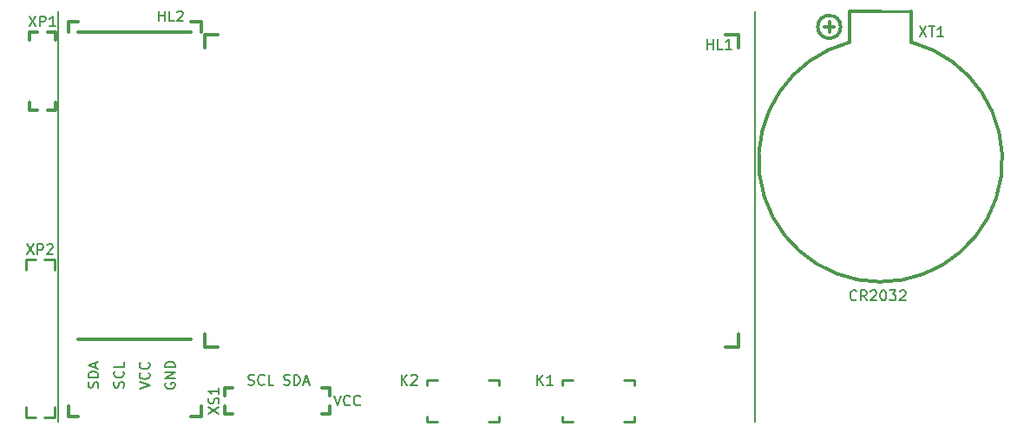
<source format=gbr>
G04 #@! TF.GenerationSoftware,KiCad,Pcbnew,(5.1.2-1)-1*
G04 #@! TF.CreationDate,2019-06-04T19:14:02+03:00*
G04 #@! TF.ProjectId,mag,6d61672e-6b69-4636-9164-5f7063625858,rev?*
G04 #@! TF.SameCoordinates,Original*
G04 #@! TF.FileFunction,Legend,Top*
G04 #@! TF.FilePolarity,Positive*
%FSLAX46Y46*%
G04 Gerber Fmt 4.6, Leading zero omitted, Abs format (unit mm)*
G04 Created by KiCad (PCBNEW (5.1.2-1)-1) date 2019-06-04 19:14:02*
%MOMM*%
%LPD*%
G04 APERTURE LIST*
%ADD10C,0.200000*%
%ADD11C,0.300000*%
%ADD12C,0.250000*%
G04 APERTURE END LIST*
D10*
X179404761Y-69107142D02*
X179357142Y-69154761D01*
X179214285Y-69202380D01*
X179119047Y-69202380D01*
X178976190Y-69154761D01*
X178880952Y-69059523D01*
X178833333Y-68964285D01*
X178785714Y-68773809D01*
X178785714Y-68630952D01*
X178833333Y-68440476D01*
X178880952Y-68345238D01*
X178976190Y-68250000D01*
X179119047Y-68202380D01*
X179214285Y-68202380D01*
X179357142Y-68250000D01*
X179404761Y-68297619D01*
X180404761Y-69202380D02*
X180071428Y-68726190D01*
X179833333Y-69202380D02*
X179833333Y-68202380D01*
X180214285Y-68202380D01*
X180309523Y-68250000D01*
X180357142Y-68297619D01*
X180404761Y-68392857D01*
X180404761Y-68535714D01*
X180357142Y-68630952D01*
X180309523Y-68678571D01*
X180214285Y-68726190D01*
X179833333Y-68726190D01*
X180785714Y-68297619D02*
X180833333Y-68250000D01*
X180928571Y-68202380D01*
X181166666Y-68202380D01*
X181261904Y-68250000D01*
X181309523Y-68297619D01*
X181357142Y-68392857D01*
X181357142Y-68488095D01*
X181309523Y-68630952D01*
X180738095Y-69202380D01*
X181357142Y-69202380D01*
X181976190Y-68202380D02*
X182071428Y-68202380D01*
X182166666Y-68250000D01*
X182214285Y-68297619D01*
X182261904Y-68392857D01*
X182309523Y-68583333D01*
X182309523Y-68821428D01*
X182261904Y-69011904D01*
X182214285Y-69107142D01*
X182166666Y-69154761D01*
X182071428Y-69202380D01*
X181976190Y-69202380D01*
X181880952Y-69154761D01*
X181833333Y-69107142D01*
X181785714Y-69011904D01*
X181738095Y-68821428D01*
X181738095Y-68583333D01*
X181785714Y-68392857D01*
X181833333Y-68297619D01*
X181880952Y-68250000D01*
X181976190Y-68202380D01*
X182642857Y-68202380D02*
X183261904Y-68202380D01*
X182928571Y-68583333D01*
X183071428Y-68583333D01*
X183166666Y-68630952D01*
X183214285Y-68678571D01*
X183261904Y-68773809D01*
X183261904Y-69011904D01*
X183214285Y-69107142D01*
X183166666Y-69154761D01*
X183071428Y-69202380D01*
X182785714Y-69202380D01*
X182690476Y-69154761D01*
X182642857Y-69107142D01*
X183642857Y-68297619D02*
X183690476Y-68250000D01*
X183785714Y-68202380D01*
X184023809Y-68202380D01*
X184119047Y-68250000D01*
X184166666Y-68297619D01*
X184214285Y-68392857D01*
X184214285Y-68488095D01*
X184166666Y-68630952D01*
X183595238Y-69202380D01*
X184214285Y-69202380D01*
X128416666Y-78452380D02*
X128750000Y-79452380D01*
X129083333Y-78452380D01*
X129988095Y-79357142D02*
X129940476Y-79404761D01*
X129797619Y-79452380D01*
X129702380Y-79452380D01*
X129559523Y-79404761D01*
X129464285Y-79309523D01*
X129416666Y-79214285D01*
X129369047Y-79023809D01*
X129369047Y-78880952D01*
X129416666Y-78690476D01*
X129464285Y-78595238D01*
X129559523Y-78500000D01*
X129702380Y-78452380D01*
X129797619Y-78452380D01*
X129940476Y-78500000D01*
X129988095Y-78547619D01*
X130988095Y-79357142D02*
X130940476Y-79404761D01*
X130797619Y-79452380D01*
X130702380Y-79452380D01*
X130559523Y-79404761D01*
X130464285Y-79309523D01*
X130416666Y-79214285D01*
X130369047Y-79023809D01*
X130369047Y-78880952D01*
X130416666Y-78690476D01*
X130464285Y-78595238D01*
X130559523Y-78500000D01*
X130702380Y-78452380D01*
X130797619Y-78452380D01*
X130940476Y-78500000D01*
X130988095Y-78547619D01*
X120059523Y-77404761D02*
X120202380Y-77452380D01*
X120440476Y-77452380D01*
X120535714Y-77404761D01*
X120583333Y-77357142D01*
X120630952Y-77261904D01*
X120630952Y-77166666D01*
X120583333Y-77071428D01*
X120535714Y-77023809D01*
X120440476Y-76976190D01*
X120250000Y-76928571D01*
X120154761Y-76880952D01*
X120107142Y-76833333D01*
X120059523Y-76738095D01*
X120059523Y-76642857D01*
X120107142Y-76547619D01*
X120154761Y-76500000D01*
X120250000Y-76452380D01*
X120488095Y-76452380D01*
X120630952Y-76500000D01*
X121630952Y-77357142D02*
X121583333Y-77404761D01*
X121440476Y-77452380D01*
X121345238Y-77452380D01*
X121202380Y-77404761D01*
X121107142Y-77309523D01*
X121059523Y-77214285D01*
X121011904Y-77023809D01*
X121011904Y-76880952D01*
X121059523Y-76690476D01*
X121107142Y-76595238D01*
X121202380Y-76500000D01*
X121345238Y-76452380D01*
X121440476Y-76452380D01*
X121583333Y-76500000D01*
X121630952Y-76547619D01*
X122535714Y-77452380D02*
X122059523Y-77452380D01*
X122059523Y-76452380D01*
X123535714Y-77404761D02*
X123678571Y-77452380D01*
X123916666Y-77452380D01*
X124011904Y-77404761D01*
X124059523Y-77357142D01*
X124107142Y-77261904D01*
X124107142Y-77166666D01*
X124059523Y-77071428D01*
X124011904Y-77023809D01*
X123916666Y-76976190D01*
X123726190Y-76928571D01*
X123630952Y-76880952D01*
X123583333Y-76833333D01*
X123535714Y-76738095D01*
X123535714Y-76642857D01*
X123583333Y-76547619D01*
X123630952Y-76500000D01*
X123726190Y-76452380D01*
X123964285Y-76452380D01*
X124107142Y-76500000D01*
X124535714Y-77452380D02*
X124535714Y-76452380D01*
X124773809Y-76452380D01*
X124916666Y-76500000D01*
X125011904Y-76595238D01*
X125059523Y-76690476D01*
X125107142Y-76880952D01*
X125107142Y-77023809D01*
X125059523Y-77214285D01*
X125011904Y-77309523D01*
X124916666Y-77404761D01*
X124773809Y-77452380D01*
X124535714Y-77452380D01*
X125488095Y-77166666D02*
X125964285Y-77166666D01*
X125392857Y-77452380D02*
X125726190Y-76452380D01*
X126059523Y-77452380D01*
X112000000Y-77261904D02*
X111952380Y-77357142D01*
X111952380Y-77500000D01*
X112000000Y-77642857D01*
X112095238Y-77738095D01*
X112190476Y-77785714D01*
X112380952Y-77833333D01*
X112523809Y-77833333D01*
X112714285Y-77785714D01*
X112809523Y-77738095D01*
X112904761Y-77642857D01*
X112952380Y-77500000D01*
X112952380Y-77404761D01*
X112904761Y-77261904D01*
X112857142Y-77214285D01*
X112523809Y-77214285D01*
X112523809Y-77404761D01*
X112952380Y-76785714D02*
X111952380Y-76785714D01*
X112952380Y-76214285D01*
X111952380Y-76214285D01*
X112952380Y-75738095D02*
X111952380Y-75738095D01*
X111952380Y-75500000D01*
X112000000Y-75357142D01*
X112095238Y-75261904D01*
X112190476Y-75214285D01*
X112380952Y-75166666D01*
X112523809Y-75166666D01*
X112714285Y-75214285D01*
X112809523Y-75261904D01*
X112904761Y-75357142D01*
X112952380Y-75500000D01*
X112952380Y-75738095D01*
X109452380Y-77833333D02*
X110452380Y-77500000D01*
X109452380Y-77166666D01*
X110357142Y-76261904D02*
X110404761Y-76309523D01*
X110452380Y-76452380D01*
X110452380Y-76547619D01*
X110404761Y-76690476D01*
X110309523Y-76785714D01*
X110214285Y-76833333D01*
X110023809Y-76880952D01*
X109880952Y-76880952D01*
X109690476Y-76833333D01*
X109595238Y-76785714D01*
X109500000Y-76690476D01*
X109452380Y-76547619D01*
X109452380Y-76452380D01*
X109500000Y-76309523D01*
X109547619Y-76261904D01*
X110357142Y-75261904D02*
X110404761Y-75309523D01*
X110452380Y-75452380D01*
X110452380Y-75547619D01*
X110404761Y-75690476D01*
X110309523Y-75785714D01*
X110214285Y-75833333D01*
X110023809Y-75880952D01*
X109880952Y-75880952D01*
X109690476Y-75833333D01*
X109595238Y-75785714D01*
X109500000Y-75690476D01*
X109452380Y-75547619D01*
X109452380Y-75452380D01*
X109500000Y-75309523D01*
X109547619Y-75261904D01*
X107904761Y-77690476D02*
X107952380Y-77547619D01*
X107952380Y-77309523D01*
X107904761Y-77214285D01*
X107857142Y-77166666D01*
X107761904Y-77119047D01*
X107666666Y-77119047D01*
X107571428Y-77166666D01*
X107523809Y-77214285D01*
X107476190Y-77309523D01*
X107428571Y-77500000D01*
X107380952Y-77595238D01*
X107333333Y-77642857D01*
X107238095Y-77690476D01*
X107142857Y-77690476D01*
X107047619Y-77642857D01*
X107000000Y-77595238D01*
X106952380Y-77500000D01*
X106952380Y-77261904D01*
X107000000Y-77119047D01*
X107857142Y-76119047D02*
X107904761Y-76166666D01*
X107952380Y-76309523D01*
X107952380Y-76404761D01*
X107904761Y-76547619D01*
X107809523Y-76642857D01*
X107714285Y-76690476D01*
X107523809Y-76738095D01*
X107380952Y-76738095D01*
X107190476Y-76690476D01*
X107095238Y-76642857D01*
X107000000Y-76547619D01*
X106952380Y-76404761D01*
X106952380Y-76309523D01*
X107000000Y-76166666D01*
X107047619Y-76119047D01*
X107952380Y-75214285D02*
X107952380Y-75690476D01*
X106952380Y-75690476D01*
X105404761Y-77714285D02*
X105452380Y-77571428D01*
X105452380Y-77333333D01*
X105404761Y-77238095D01*
X105357142Y-77190476D01*
X105261904Y-77142857D01*
X105166666Y-77142857D01*
X105071428Y-77190476D01*
X105023809Y-77238095D01*
X104976190Y-77333333D01*
X104928571Y-77523809D01*
X104880952Y-77619047D01*
X104833333Y-77666666D01*
X104738095Y-77714285D01*
X104642857Y-77714285D01*
X104547619Y-77666666D01*
X104500000Y-77619047D01*
X104452380Y-77523809D01*
X104452380Y-77285714D01*
X104500000Y-77142857D01*
X105452380Y-76714285D02*
X104452380Y-76714285D01*
X104452380Y-76476190D01*
X104500000Y-76333333D01*
X104595238Y-76238095D01*
X104690476Y-76190476D01*
X104880952Y-76142857D01*
X105023809Y-76142857D01*
X105214285Y-76190476D01*
X105309523Y-76238095D01*
X105404761Y-76333333D01*
X105452380Y-76476190D01*
X105452380Y-76714285D01*
X105166666Y-75761904D02*
X105166666Y-75285714D01*
X105452380Y-75857142D02*
X104452380Y-75523809D01*
X105452380Y-75190476D01*
X101500000Y-41000000D02*
X101500000Y-81000000D01*
X169500000Y-41000000D02*
X169500000Y-81000000D01*
D11*
X117115000Y-43250000D02*
X115845000Y-43250000D01*
X117115000Y-73730000D02*
X115845000Y-73730000D01*
X166645000Y-73730000D02*
X167915000Y-73730000D01*
X166645000Y-43250000D02*
X167915000Y-43250000D01*
X115845000Y-43250000D02*
X115845000Y-44520000D01*
X115845000Y-73730000D02*
X115845000Y-72460000D01*
X167915000Y-73730000D02*
X167915000Y-72460000D01*
X167915000Y-43250000D02*
X167915000Y-44520000D01*
X103500000Y-73000000D02*
X114500000Y-73000000D01*
X103500000Y-43000000D02*
X114500000Y-43000000D01*
X115500000Y-42000000D02*
X115500000Y-43000000D01*
X115500000Y-42000000D02*
X114500000Y-42000000D01*
X102500000Y-42000000D02*
X102500000Y-43000000D01*
X102500000Y-42000000D02*
X103500000Y-42000000D01*
X115500000Y-80500000D02*
X115500000Y-79500000D01*
X115500000Y-80500000D02*
X114500000Y-80500000D01*
X102500000Y-80500000D02*
X103500000Y-80500000D01*
X102500000Y-80500000D02*
X102500000Y-79500000D01*
D12*
X150750000Y-77500000D02*
X150750000Y-77000000D01*
X150750000Y-77000000D02*
X151750000Y-77000000D01*
X157750000Y-77500000D02*
X157750000Y-77000000D01*
X157750000Y-77000000D02*
X156750000Y-77000000D01*
X150750000Y-80500000D02*
X150750000Y-81000000D01*
X150750000Y-81000000D02*
X151750000Y-81000000D01*
X157750000Y-80500000D02*
X157750000Y-81000000D01*
X157750000Y-81000000D02*
X156750000Y-81000000D01*
X144500000Y-81000000D02*
X143500000Y-81000000D01*
X144500000Y-80500000D02*
X144500000Y-81000000D01*
X137500000Y-81000000D02*
X138500000Y-81000000D01*
X137500000Y-80500000D02*
X137500000Y-81000000D01*
X144500000Y-77000000D02*
X143500000Y-77000000D01*
X144500000Y-77500000D02*
X144500000Y-77000000D01*
X137500000Y-77000000D02*
X138500000Y-77000000D01*
X137500000Y-77500000D02*
X137500000Y-77000000D01*
D11*
X101250000Y-43000000D02*
X101250000Y-43750000D01*
X101250000Y-43000000D02*
X100500000Y-43000000D01*
X99500000Y-43000000D02*
X98750000Y-43000000D01*
X99500000Y-50650000D02*
X98750000Y-50650000D01*
X101250000Y-50650000D02*
X100500000Y-50650000D01*
X98750000Y-43000000D02*
X98750000Y-43750000D01*
X98750000Y-50650000D02*
X98750000Y-49900000D01*
X101250000Y-49900000D02*
X101250000Y-50650000D01*
D12*
X101150000Y-65200000D02*
X101150000Y-66200000D01*
X101150000Y-65200000D02*
X100150000Y-65200000D01*
X99350000Y-65200000D02*
X98350000Y-65200000D01*
X98350000Y-65200000D02*
X98350000Y-66200000D01*
X101150000Y-79600000D02*
X101150000Y-80600000D01*
X99350000Y-80600000D02*
X98350000Y-80600000D01*
X101150000Y-80600000D02*
X100150000Y-80600000D01*
X98350000Y-80600000D02*
X98350000Y-79600000D01*
D11*
X117810000Y-80250000D02*
X117810000Y-79500000D01*
X117810000Y-78500000D02*
X117810000Y-77750000D01*
X117810000Y-77750000D02*
X118560000Y-77750000D01*
X118560000Y-80250000D02*
X117810000Y-80250000D01*
X128000000Y-77750000D02*
X127250000Y-77750000D01*
X128000000Y-78500000D02*
X128000000Y-77750000D01*
X128000000Y-80250000D02*
X128000000Y-79500000D01*
X128000000Y-80250000D02*
X127250000Y-80250000D01*
X184877115Y-44033913D02*
G75*
G02X178750000Y-44000000I-3127115J-11466087D01*
G01*
X181750000Y-41000000D02*
X178750000Y-41000000D01*
X178750000Y-41000000D02*
X178750000Y-44000000D01*
D12*
X181750000Y-41000000D02*
X184750000Y-41000000D01*
D11*
X184750000Y-41000000D02*
X184750000Y-44000000D01*
X177250000Y-42500000D02*
X176250000Y-42500000D01*
X176750000Y-43000000D02*
X176750000Y-42000000D01*
X177868034Y-42500000D02*
G75*
G03X177868034Y-42500000I-1118034J0D01*
G01*
D10*
X164833333Y-44702380D02*
X164833333Y-43702380D01*
X164833333Y-44178571D02*
X165404761Y-44178571D01*
X165404761Y-44702380D02*
X165404761Y-43702380D01*
X166357142Y-44702380D02*
X165880952Y-44702380D01*
X165880952Y-43702380D01*
X167214285Y-44702380D02*
X166642857Y-44702380D01*
X166928571Y-44702380D02*
X166928571Y-43702380D01*
X166833333Y-43845238D01*
X166738095Y-43940476D01*
X166642857Y-43988095D01*
X111333333Y-41952380D02*
X111333333Y-40952380D01*
X111333333Y-41428571D02*
X111904761Y-41428571D01*
X111904761Y-41952380D02*
X111904761Y-40952380D01*
X112857142Y-41952380D02*
X112380952Y-41952380D01*
X112380952Y-40952380D01*
X113142857Y-41047619D02*
X113190476Y-41000000D01*
X113285714Y-40952380D01*
X113523809Y-40952380D01*
X113619047Y-41000000D01*
X113666666Y-41047619D01*
X113714285Y-41142857D01*
X113714285Y-41238095D01*
X113666666Y-41380952D01*
X113095238Y-41952380D01*
X113714285Y-41952380D01*
X148261904Y-77452380D02*
X148261904Y-76452380D01*
X148833333Y-77452380D02*
X148404761Y-76880952D01*
X148833333Y-76452380D02*
X148261904Y-77023809D01*
X149785714Y-77452380D02*
X149214285Y-77452380D01*
X149500000Y-77452380D02*
X149500000Y-76452380D01*
X149404761Y-76595238D01*
X149309523Y-76690476D01*
X149214285Y-76738095D01*
X135011904Y-77452380D02*
X135011904Y-76452380D01*
X135583333Y-77452380D02*
X135154761Y-76880952D01*
X135583333Y-76452380D02*
X135011904Y-77023809D01*
X135964285Y-76547619D02*
X136011904Y-76500000D01*
X136107142Y-76452380D01*
X136345238Y-76452380D01*
X136440476Y-76500000D01*
X136488095Y-76547619D01*
X136535714Y-76642857D01*
X136535714Y-76738095D01*
X136488095Y-76880952D01*
X135916666Y-77452380D01*
X136535714Y-77452380D01*
X98690476Y-41452380D02*
X99357142Y-42452380D01*
X99357142Y-41452380D02*
X98690476Y-42452380D01*
X99738095Y-42452380D02*
X99738095Y-41452380D01*
X100119047Y-41452380D01*
X100214285Y-41500000D01*
X100261904Y-41547619D01*
X100309523Y-41642857D01*
X100309523Y-41785714D01*
X100261904Y-41880952D01*
X100214285Y-41928571D01*
X100119047Y-41976190D01*
X99738095Y-41976190D01*
X101261904Y-42452380D02*
X100690476Y-42452380D01*
X100976190Y-42452380D02*
X100976190Y-41452380D01*
X100880952Y-41595238D01*
X100785714Y-41690476D01*
X100690476Y-41738095D01*
X98440476Y-63702380D02*
X99107142Y-64702380D01*
X99107142Y-63702380D02*
X98440476Y-64702380D01*
X99488095Y-64702380D02*
X99488095Y-63702380D01*
X99869047Y-63702380D01*
X99964285Y-63750000D01*
X100011904Y-63797619D01*
X100059523Y-63892857D01*
X100059523Y-64035714D01*
X100011904Y-64130952D01*
X99964285Y-64178571D01*
X99869047Y-64226190D01*
X99488095Y-64226190D01*
X100440476Y-63797619D02*
X100488095Y-63750000D01*
X100583333Y-63702380D01*
X100821428Y-63702380D01*
X100916666Y-63750000D01*
X100964285Y-63797619D01*
X101011904Y-63892857D01*
X101011904Y-63988095D01*
X100964285Y-64130952D01*
X100392857Y-64702380D01*
X101011904Y-64702380D01*
X116202380Y-80285714D02*
X117202380Y-79619047D01*
X116202380Y-79619047D02*
X117202380Y-80285714D01*
X117154761Y-79285714D02*
X117202380Y-79142857D01*
X117202380Y-78904761D01*
X117154761Y-78809523D01*
X117107142Y-78761904D01*
X117011904Y-78714285D01*
X116916666Y-78714285D01*
X116821428Y-78761904D01*
X116773809Y-78809523D01*
X116726190Y-78904761D01*
X116678571Y-79095238D01*
X116630952Y-79190476D01*
X116583333Y-79238095D01*
X116488095Y-79285714D01*
X116392857Y-79285714D01*
X116297619Y-79238095D01*
X116250000Y-79190476D01*
X116202380Y-79095238D01*
X116202380Y-78857142D01*
X116250000Y-78714285D01*
X117202380Y-77761904D02*
X117202380Y-78333333D01*
X117202380Y-78047619D02*
X116202380Y-78047619D01*
X116345238Y-78142857D01*
X116440476Y-78238095D01*
X116488095Y-78333333D01*
X185559523Y-42452380D02*
X186226190Y-43452380D01*
X186226190Y-42452380D02*
X185559523Y-43452380D01*
X186464285Y-42452380D02*
X187035714Y-42452380D01*
X186750000Y-43452380D02*
X186750000Y-42452380D01*
X187892857Y-43452380D02*
X187321428Y-43452380D01*
X187607142Y-43452380D02*
X187607142Y-42452380D01*
X187511904Y-42595238D01*
X187416666Y-42690476D01*
X187321428Y-42738095D01*
M02*

</source>
